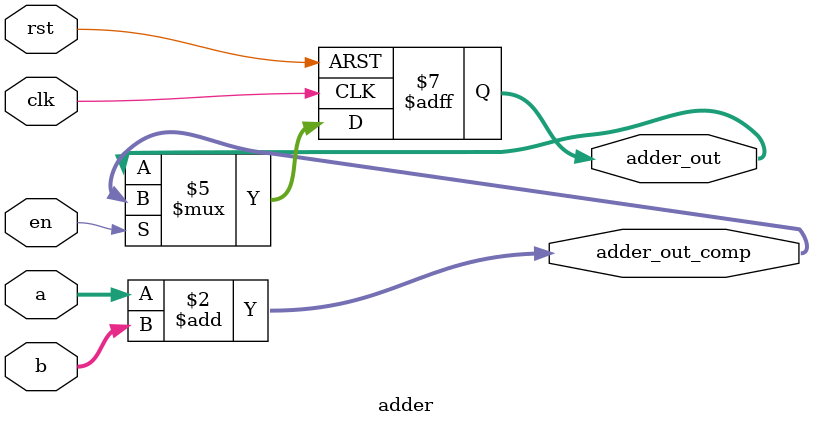
<source format=v>
module adder #(parameter WIDTH= 18)(
	input wire clk, rst, en,
	input wire [WIDTH-1:0] a, b,
	output reg [WIDTH-1:0] adder_out, adder_out_comp
	);

//use adder_out instead of adder_register with a little change in control unit, to reduce area

//reg [WIDTH-1:0] adder_out_comp;
always @(*) begin
	adder_out_comp=a+b;
end

always @(posedge clk or negedge rst) begin
	if (!rst) begin
		adder_out<='b0;
	end
	else if (en) begin
		adder_out<= adder_out_comp;
	end
end

endmodule
</source>
